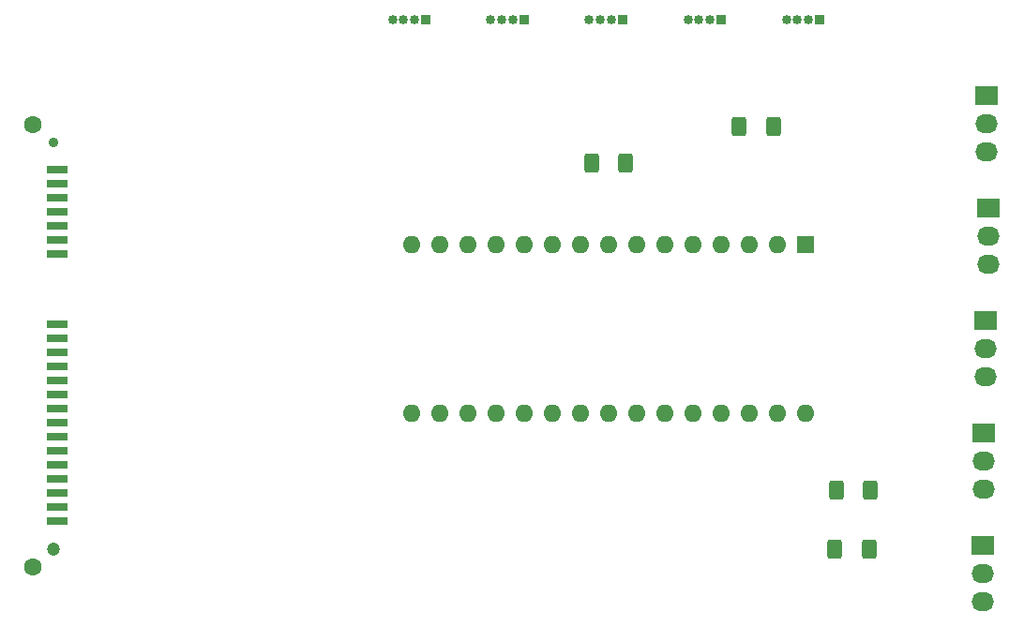
<source format=gbr>
%TF.GenerationSoftware,KiCad,Pcbnew,(6.0.5)*%
%TF.CreationDate,2022-05-12T23:47:52-05:00*%
%TF.ProjectId,RGBFAN,52474246-414e-42e6-9b69-6361645f7063,rev?*%
%TF.SameCoordinates,Original*%
%TF.FileFunction,Soldermask,Top*%
%TF.FilePolarity,Negative*%
%FSLAX46Y46*%
G04 Gerber Fmt 4.6, Leading zero omitted, Abs format (unit mm)*
G04 Created by KiCad (PCBNEW (6.0.5)) date 2022-05-12 23:47:52*
%MOMM*%
%LPD*%
G01*
G04 APERTURE LIST*
G04 Aperture macros list*
%AMRoundRect*
0 Rectangle with rounded corners*
0 $1 Rounding radius*
0 $2 $3 $4 $5 $6 $7 $8 $9 X,Y pos of 4 corners*
0 Add a 4 corners polygon primitive as box body*
4,1,4,$2,$3,$4,$5,$6,$7,$8,$9,$2,$3,0*
0 Add four circle primitives for the rounded corners*
1,1,$1+$1,$2,$3*
1,1,$1+$1,$4,$5*
1,1,$1+$1,$6,$7*
1,1,$1+$1,$8,$9*
0 Add four rect primitives between the rounded corners*
20,1,$1+$1,$2,$3,$4,$5,0*
20,1,$1+$1,$4,$5,$6,$7,0*
20,1,$1+$1,$6,$7,$8,$9,0*
20,1,$1+$1,$8,$9,$2,$3,0*%
G04 Aperture macros list end*
%ADD10RoundRect,0.250000X-0.400000X-0.625000X0.400000X-0.625000X0.400000X0.625000X-0.400000X0.625000X0*%
%ADD11R,1.600000X1.600000*%
%ADD12O,1.600000X1.600000*%
%ADD13R,2.030000X1.730000*%
%ADD14O,2.030000X1.730000*%
%ADD15R,0.850000X0.850000*%
%ADD16O,0.850000X0.850000*%
%ADD17C,1.200000*%
%ADD18C,0.900000*%
%ADD19C,1.600000*%
%ADD20R,1.900000X0.650000*%
G04 APERTURE END LIST*
D10*
%TO.C,470 ohm 1206 resistor*%
X144425000Y-75692000D03*
X141325000Y-75692000D03*
%TD*%
D11*
%TO.C,NANO USB PORT GOES ON THIS SIDE*%
X147320000Y-86360000D03*
D12*
X144780000Y-86360000D03*
X142240000Y-86360000D03*
X139700000Y-86360000D03*
X137160000Y-86360000D03*
X134620000Y-86360000D03*
X132080000Y-86360000D03*
X129540000Y-86360000D03*
X127000000Y-86360000D03*
X124460000Y-86360000D03*
X121920000Y-86360000D03*
X119380000Y-86360000D03*
X116840000Y-86360000D03*
X114300000Y-86360000D03*
X111760000Y-86360000D03*
X111760000Y-101600000D03*
X114300000Y-101600000D03*
X116840000Y-101600000D03*
X119380000Y-101600000D03*
X121920000Y-101600000D03*
X124460000Y-101600000D03*
X127000000Y-101600000D03*
X129540000Y-101600000D03*
X132080000Y-101600000D03*
X134620000Y-101600000D03*
X137160000Y-101600000D03*
X139700000Y-101600000D03*
X142240000Y-101600000D03*
X144780000Y-101600000D03*
X147320000Y-101600000D03*
%TD*%
D10*
%TO.C,470 ohm 1206 resistor*%
X149961000Y-113919000D03*
X153061000Y-113919000D03*
%TD*%
%TO.C,470 ohm 1206 resistor*%
X150088000Y-108585000D03*
X153188000Y-108585000D03*
%TD*%
%TO.C,470 ohm 1206 resistor*%
X127990000Y-78994000D03*
X131090000Y-78994000D03*
%TD*%
D13*
%TO.C,Fan 5*%
X163322000Y-113538000D03*
D14*
X163322000Y-116078000D03*
X163322000Y-118618000D03*
%TD*%
D15*
%TO.C,RGB_1*%
X113030000Y-66040000D03*
D16*
X112030000Y-66040000D03*
X111030000Y-66040000D03*
X110030000Y-66040000D03*
%TD*%
D15*
%TO.C,RGB_4*%
X139700000Y-66040000D03*
D16*
X138700000Y-66040000D03*
X137700000Y-66040000D03*
X136700000Y-66040000D03*
%TD*%
D15*
%TO.C,RGB_5*%
X148590000Y-66040000D03*
D16*
X147590000Y-66040000D03*
X146590000Y-66040000D03*
X145590000Y-66040000D03*
%TD*%
D13*
%TO.C,Fan 2*%
X163830000Y-83058000D03*
D14*
X163830000Y-85598000D03*
X163830000Y-88138000D03*
%TD*%
D15*
%TO.C,RGB_2*%
X121896000Y-66040000D03*
D16*
X120896000Y-66040000D03*
X119896000Y-66040000D03*
X118896000Y-66040000D03*
%TD*%
D15*
%TO.C,RGB_3*%
X130786000Y-66040000D03*
D16*
X129786000Y-66040000D03*
X128786000Y-66040000D03*
X127786000Y-66040000D03*
%TD*%
D17*
%TO.C,SATA CONNECTOR*%
X79395080Y-113904000D03*
D18*
X79395080Y-77104000D03*
D19*
X77595080Y-115504000D03*
X77595080Y-75504000D03*
D20*
X79735080Y-93599000D03*
X79735080Y-94869000D03*
X79735080Y-96139000D03*
X79735080Y-97409000D03*
X79735080Y-98679000D03*
X79735080Y-99949000D03*
X79735080Y-101219000D03*
X79735080Y-102489000D03*
X79735080Y-103759000D03*
X79735080Y-105029000D03*
X79735080Y-106299000D03*
X79735080Y-107569000D03*
X79735080Y-108839000D03*
X79735080Y-110109000D03*
X79735080Y-111379000D03*
X79735080Y-79634000D03*
X79735080Y-80904000D03*
X79735080Y-82174000D03*
X79735080Y-83444000D03*
X79735080Y-84714000D03*
X79735080Y-85984000D03*
X79735080Y-87254000D03*
%TD*%
D13*
%TO.C,Fan 3*%
X163576000Y-93218000D03*
D14*
X163576000Y-95758000D03*
X163576000Y-98298000D03*
%TD*%
D13*
%TO.C,Fan 1*%
X163697000Y-72888000D03*
D14*
X163697000Y-75428000D03*
X163697000Y-77968000D03*
%TD*%
D13*
%TO.C,Fan 4*%
X163443000Y-103368000D03*
D14*
X163443000Y-105908000D03*
X163443000Y-108448000D03*
%TD*%
M02*

</source>
